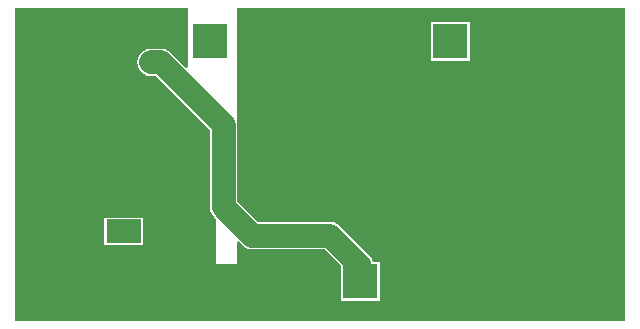
<source format=gbl>
G04 Layer_Physical_Order=2*
G04 Layer_Color=16711680*
%FSAX25Y25*%
%MOIN*%
G70*
G01*
G75*
%ADD25C,0.07874*%
%ADD47R,0.11811X0.11811*%
%ADD48R,0.11811X0.07874*%
%ADD49C,0.02362*%
G36*
X0567237Y0196013D02*
X0364013D01*
Y0300487D01*
X0421500D01*
X0421500Y0280679D01*
X0421000Y0280472D01*
X0415986Y0285486D01*
X0415038Y0286213D01*
X0413934Y0286670D01*
X0412750Y0286826D01*
X0409250D01*
X0408066Y0286670D01*
X0406962Y0286213D01*
X0406014Y0285486D01*
X0405287Y0284538D01*
X0404830Y0283434D01*
X0404674Y0282250D01*
X0404830Y0281066D01*
X0405287Y0279962D01*
X0406014Y0279014D01*
X0406962Y0278287D01*
X0408066Y0277830D01*
X0409250Y0277674D01*
X0410854D01*
X0428924Y0259605D01*
Y0234000D01*
X0429080Y0232816D01*
X0429537Y0231712D01*
X0430264Y0230764D01*
X0431000Y0230028D01*
Y0215000D01*
X0438000D01*
Y0222375D01*
X0438462Y0222566D01*
X0439764Y0221264D01*
X0440712Y0220537D01*
X0441816Y0220080D01*
X0443000Y0219924D01*
X0467104D01*
X0472495Y0214534D01*
Y0202745D01*
X0485505D01*
Y0215756D01*
X0483391D01*
X0482963Y0216788D01*
X0482236Y0217736D01*
X0472236Y0227736D01*
X0471288Y0228463D01*
X0470184Y0228920D01*
X0469000Y0229076D01*
X0444896D01*
X0438076Y0235895D01*
Y0261500D01*
X0438000Y0262078D01*
Y0300487D01*
X0567237D01*
Y0196013D01*
D02*
G37*
%LPC*%
G36*
X0406755Y0230537D02*
X0393744D01*
Y0221463D01*
X0406755D01*
Y0230537D01*
D02*
G37*
G36*
X0515506Y0295756D02*
X0502494D01*
Y0282745D01*
X0515506D01*
Y0295756D01*
D02*
G37*
%LPD*%
D25*
X0479000Y0209250D02*
Y0214500D01*
X0469000Y0224500D02*
X0479000Y0214500D01*
X0443000Y0224500D02*
X0469000D01*
X0433500Y0234000D02*
X0443000Y0224500D01*
X0433500Y0234000D02*
Y0261500D01*
X0409250Y0282250D02*
X0412750D01*
X0433500Y0261500D01*
D47*
X0429000Y0289250D02*
D03*
X0479000Y0209250D02*
D03*
X0509000Y0289250D02*
D03*
X0459000Y0209250D02*
D03*
D48*
X0400250Y0226000D02*
D03*
Y0216000D02*
D03*
D49*
X0393665Y0262835D02*
D03*
X0389335D02*
D03*
X0393665Y0267165D02*
D03*
X0389335D02*
D03*
X0505500Y0241500D02*
D03*
X0502886Y0254886D02*
D03*
X0510500Y0276000D02*
D03*
X0409000Y0282000D02*
D03*
X0413000D02*
D03*
X0404500Y0292500D02*
D03*
X0408500D02*
D03*
X0412500D02*
D03*
X0416500D02*
D03*
Y0289000D02*
D03*
X0412500D02*
D03*
X0408500D02*
D03*
X0404500D02*
D03*
X0442500Y0259000D02*
D03*
X0448000D02*
D03*
X0453000D02*
D03*
X0458500D02*
D03*
X0463500D02*
D03*
Y0254500D02*
D03*
X0458500D02*
D03*
X0453000D02*
D03*
X0448000D02*
D03*
X0442500D02*
D03*
X0463500Y0250000D02*
D03*
X0458500D02*
D03*
X0453000D02*
D03*
X0448000D02*
D03*
X0442500D02*
D03*
X0463500Y0245500D02*
D03*
X0458500D02*
D03*
X0453000D02*
D03*
X0448000D02*
D03*
X0442500D02*
D03*
X0463500Y0241000D02*
D03*
X0458500D02*
D03*
X0453000D02*
D03*
X0448000D02*
D03*
X0442500D02*
D03*
X0463500Y0236500D02*
D03*
X0458500D02*
D03*
X0453000D02*
D03*
X0448000D02*
D03*
X0442500D02*
D03*
X0463500Y0232000D02*
D03*
X0458500D02*
D03*
X0453000D02*
D03*
X0448000D02*
D03*
X0548000Y0208500D02*
D03*
X0553000D02*
D03*
X0557500D02*
D03*
X0562000D02*
D03*
Y0204000D02*
D03*
X0557500D02*
D03*
X0553000D02*
D03*
X0548000D02*
D03*
X0562000Y0200000D02*
D03*
X0557500D02*
D03*
X0553000D02*
D03*
X0548000D02*
D03*
X0498000Y0295500D02*
D03*
X0384750Y0208000D02*
D03*
X0389000D02*
D03*
X0453500Y0277000D02*
D03*
X0458000D02*
D03*
X0462500D02*
D03*
M02*

</source>
